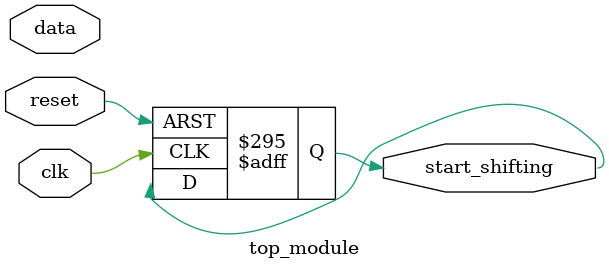
<source format=sv>
module top_module(
	input clk,
	input reset,
	input data,
	output reg start_shifting);

	reg [3:0] state;
	reg [3:0] next_state; // added next_state variable

	always @(posedge clk or posedge reset) begin
		if (reset) begin
			state <= 0;
			start_shifting <= 0;
		end else begin
			state <= next_state; // updated state using next_state
		end
	end

	always @(state or data) begin
		next_state = state; // initialize next_state to current state

		case (state)
			0: begin
				if (data == 1'b1) begin // changed "===" to "=="
					next_state = 1;
				end else begin
					next_state = 0;
				end
			end
			1: begin
				if (data == 1'b1) begin // changed "===" to "=="
					next_state = 2;
				end else begin
					next_state = 0;
				end
			end
			2: begin
				if (data == 1'b0) begin // changed "===" to "=="
					next_state = 3;
				end else begin
					next_state = 0;
				end
			end
			3: begin
				if (data == 1'b1) begin // changed "===" to "=="
					next_state = 4;
				end else begin
					next_state = 0;
				end
			end
			4: begin
				if (data == 1'b0) begin // changed "===" to "=="
					next_state = 5;
				end else begin
					next_state = 0;
				end
			end
			5: begin
				if (data == 1'b1) begin // changed "===" to "=="
					next_state = 6;
				end else begin
					next_state = 0;
				end
			end
			6: begin
				if (data == 1'b1) begin // changed "===" to "=="
					next_state = 7;
				end else begin
					next_state = 0;
				end
			end
			7: begin
				if (data == 1'b0) begin // changed "===" to "=="
					next_state = 8;
				end else begin
					next_state = 0;
				end
			end
			8: begin
				if (data == 1'b1) begin // changed "===" to "=="
					next_state = 9;
				end else begin
					next_state = 0;
				end
			end
			9: begin
				if (data == 1'b1) begin // changed "===" to "=="
					next_state = 10;
				end else begin
					next_state = 0;
				end
			end
			10: begin
				if (data == 1'b0) begin // changed "===" to "=="
					next_state = 11;
				end else begin
					next_state = 0;
				end
			end
			11: begin
				if (data == 1'b1) begin // changed "===" to "=="
					next_state = 12;
				end else begin
					next_state = 0;
				end
			end
			12: begin
				if (data == 1'b0) begin // changed "===" to "=="
					next_state = 13;
				end else begin
					next_state = 0;
				end
			end
			13: begin
				if (data == 1'b1) begin // changed "===" to "=="
					next_state = 14;
				end else begin
					next_state = 0;
				end
			end
			14: begin
				if (data == 1'b0) begin // changed "===" to "=="
					next_state = 15;
				end else begin
					next_state = 0;
				end
			end
			15: begin
				if (data == 1'b1) begin // changed "===" to "=="
					next_state = 16;
				end else begin
					next_state = 0;
				end
			end
			16: begin
				if (data == 1'b0) begin // changed "===" to "=="
					next_state = 17;
				end else begin
					next_state = 0;
				end
			end
			17: begin
				if (data == 1'b0) begin // changed "===" to "=="
					next_state = 18;
				end else begin
					next_state = 0;
				end
			end
			18: begin
				if (data == 1'b0) begin // changed "===" to "=="
					next_state = 19;
				end else begin
					next_state = 0;
				end
			end
			19: begin
				if (data == 1'b0) begin // changed "===" to "=="
					next_state = 20;
				end else begin
					next_state = 0;
				end
			end
			20: begin
				if (data == 1'b1) begin // changed "===" to "=="
					next_state = 21;
				end else begin
					next_state = 0;
				end
			end
			21: begin
				if (data == 1'b0) begin // changed "===" to "=="
					next_state = 22;
				end else begin
					next_state = 0;
				end
			end
			22: begin
				if (data == 1'b0) begin // changed "===" to "=="
					next_state = 23;
				end else begin
					next_state = 0;
				end
			end
			23: begin
				if (data == 1'b0) begin // changed "===" to "=="
					next_state = 24;
				end else begin
					next_state = 0;
				end
			end
			24: begin
				if (data == 1'b1) begin // changed "===" to "=="
					next_state = 25;
				end else begin
					next_state = 0;
				end
			end
			25: begin
				if (data == 1'b0) begin // changed "===" to "=="
					next_state = 26;
				end else begin
					next_state = 0;
				end
			end
			26: begin
				if (data == 1'b1) begin // changed "===" to "=="
					next_state = 27;
				end else begin
					next_state = 0;
				end
			end
			27: begin
				if (data == 1'b0) begin // changed "===" to "=="
					next_state = 28;
				end else begin
					next_state = 0;
				end
			end
			28: begin
				if (data == 1'b1) begin // changed "===" to "=="
					next_state = 29;
				end else begin
					next_state = 0;
				end
			end
			29: begin
				if (data == 1'b0) begin // changed "===" to "=="
					next_state = 30;
				end else begin
					next_state = 0;
				end
			end
			30: begin
				if (data == 1'b0) begin // changed "===" to "=="
					next_state = 31;
				end else begin
					next_state = 0;
				end
			end
			31: begin
				if (data == 1'b0) begin // changed "===" to "=="
					next_state = 32;
				end else begin
					next_state = 0;
				end
			end
			32: begin
				if (data == 1'b0) begin // changed "===" to "=="
					next_state = 33;
				end else begin
					next_state = 0;
				end
			end
			33: begin
				if (data == 1'b1) begin // changed "===" to "=="
					next_state = 34;
				end else begin
					next_state = 0;
				end
			end
			34: begin
				if (data == 1'b1) begin // changed "===" to "=="
					next_state = 35;
				end else begin
					next_state = 0;
				end
			end
			35: begin
				if (data == 1'b0) begin // changed "===" to "=="
					next_state = 36;
				end else begin
					next_state = 0;
				end
			end
			36: begin
				if (data == 1'b0) begin // changed "===" to "=="
					next_state = 37;
				end else begin
					next_state = 0;
				end
			end
			37: begin
				if (data == 1'b1) begin // changed "===" to "=="
					next_state = 38;
				end else begin
					next_state = 0;
				end
			end
			38: begin
				if (data == 1'b0) begin // changed "===" to "=="
					next_state = 39;
				end else begin
					next_state = 0;
				end
			end
			39: begin
				if (data == 1'b1) begin // changed "===" to "=="
					next_state = 40;
				end else begin
					next_state = 0;
				end
			end
			40: begin
				if (data == 1'b0) begin // changed "===" to "=="
					next_state = 41;
				end else begin
					next_state = 0;
				end
			end
			41: begin
				if (data == 1'b1) begin // changed "===" to "=="
					next_state = 42;
				end else begin
					next_state = 0;
				end
			end
			42: begin
				if (data == 1'b0) begin // changed "===" to "=="
					next_state = 43;
				end else begin
					next_state = 0;
				end
			end
			43: begin
				if (data == 1'b0) begin // changed "===" to "=="
					next_state = 44;
				end else begin
					next_state = 0;
				end
			end
			44: begin
				if (data == 1'b0) begin // changed "===" to "=="
					next_state = 45;
				end else begin
					next_state = 0;
				end
			end
			45: begin
				if (data == 1'b0) begin // changed "===" to "=="
					next_state = 46;
				end else begin
					next_state = 0;
				end
			end
			46: begin
				if (data == 1'b1) begin // changed "===" to "=="
					next_state = 47;
				end else begin
					next_state = 0;
				end
			end
			47: begin
				if (data == 1'b0) begin // changed "===" to "=="
					next_state = 48;
				end else begin
					next_state = 0;
				end
			end
			48: begin
				if (data == 1'b0) begin // changed "===" to "=="
					next_state = 49;
				end else begin
					next_state = 0;
				end
			end
			49: begin
				if (data == 1'b0) begin // changed "===" to "=="
					next_state = 50;
				end else begin
					next_state = 0;
				end
			end
			50: begin
				if (data == 1'b0) begin // changed "===" to "=="
					next_state = 51;
				end else begin
					next_state = 0;
				end
			end
			51: begin
				if (data == 1'b0) begin // changed "===" to "=="
					next_state = 52;
				end else begin
					next_state = 0;
				end
			end
			52: begin
				if (data == 1'b1) begin // changed "===" to "=="
					next_state = 53;
				end else begin
					next_state = 0;
				end
			end
			53: begin
				if (data == 1'b0) begin // changed "===" to "=="
					next_state = 54;
				end else begin
					next_state = 0;
				end
			end
			54: begin
				if (data == 1'b1) begin // changed "===" to "=="
					next_state = 55;
				end else begin
					next_state = 0;
				end
			end
			55: begin
				if (data == 1'b0) begin // changed "===" to "=="
					next_state = 56;
				end else begin
					next_state = 0;
				end
			end
			56: begin
				if (data == 1'b0) begin // changed "===" to "=="
					next_state = 57;
				end else begin
					next_state = 0;
				end
			end
			57: begin
				if (data == 1'b0) begin // changed "===" to "=="
					next_state = 58;
				end else begin
					next_state = 0;
				end
			end
			58: begin
				if (data == 1'b1) begin // changed "===" to "=="
					next_state = 59;
				end else begin
					next_state = 0;
				end
			end
			59: begin
				if (data == 1'b0) begin // changed "===" to "=="
					next_state = 60;
				end else begin
					next_state = 0;
				end
			end
			60: begin
				if (data == 1'b1) begin // changed "===" to "=="
					next_state = 61;
				end else begin
					next_state = 0;
				end
			end
			61: begin
				if (data == 1'b0) begin // changed "===" to "=="
					next_state = 62;
				end else begin
					next_state = 0;
				end
			end
			62: begin
				if (data == 1'b1) begin // changed "===" to "=="
					next_state = 63;
				end else begin
					next_state = 0;
				end
			end
			63: begin
				if (data == 1'b0) begin // changed "===" to "=="
					next_state = 64;
				end else begin
					next_state = 0;
				end
			end
			64: begin
				if (data == 1'b0) begin // changed "===" to "=="
					next_state = 65;
				end else begin
					next_state = 0;
				end
			end
			65: begin
				if (data == 1'b0) begin // changed "===" to "=="
					next_state = 66;
				end else begin
					next_state = 0;
				end
			end
			66: begin
				if (data == 1'b0) begin // changed "===" to "=="
					next_state = 67;
				end else begin
					next_state = 0;
				end
			end
			67: begin
				if (data == 1'b1) begin // changed "===" to "=="
					next_state = 68;
				end else begin
					next_state = 0;
				end
			end
			68: begin
				if (data == 1'b0) begin // changed "===" to "=="
					next_state = 69;
				end else begin
					next_state = 0;
				end
			end
			69: begin
				if (data == 1'b1) begin // changed "===" to "=="
					next_state = 70;
				end else begin
					next_state = 0;
				end
			end
			70: begin
				if (data == 1'b0) begin // changed "===" to "=="
					next_state = 71;
				end else begin
					next_state = 0;
				end
			end
			71: begin
				if (data == 1'b0) begin // changed "===" to "=="
					next_state = 72;
				end else begin
					next_state = 0;
				end
			end
			72: begin
				if (data == 1'b1) begin // changed "===" to "=="
					next_state = 73;
				end else begin
					next_state = 0;
				end
			end
			73: begin
				if (data == 1'b0) begin // changed "===" to "=="
					next_state = 74;
				end else begin
					next_state = 0;
				end
			end
			74: begin
				if (data == 1'b1) begin // changed "===" to "=="
					next_state = 75;
				end else begin
					next_state = 0;
				end
			end
			75: begin
				if (data == 1'b0) begin // changed "===" to "=="
					start_shifting <= 1;
					next_state = 0;
				end else begin
					next_state = 0;
				end
			end
		endcase
	end

endmodule

</source>
